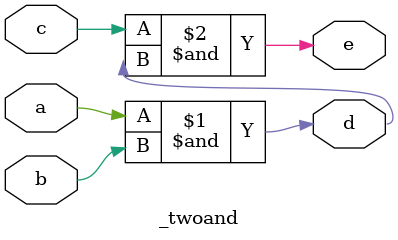
<source format=v>
`timescale 1ns / 1ps

module _twoand(
    input a,b,c,
    output d,e
    );
    assign d=a&b;
    assign e=c&d;
endmodule

</source>
